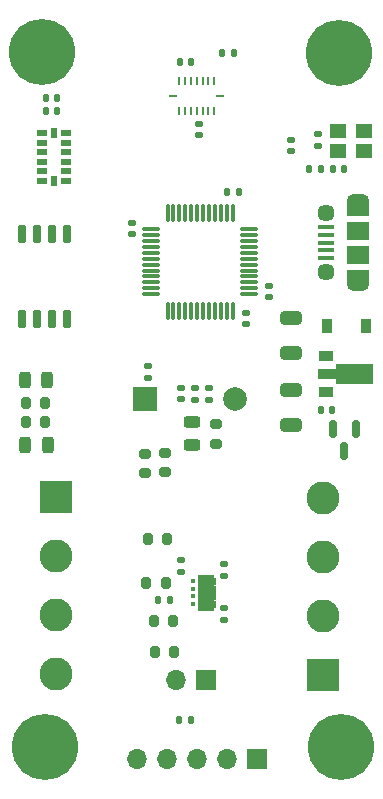
<source format=gbr>
%TF.GenerationSoftware,KiCad,Pcbnew,(6.0.4)*%
%TF.CreationDate,2022-05-08T20:42:15-04:00*%
%TF.ProjectId,STM32_Altimeter_R2,53544d33-325f-4416-9c74-696d65746572,0.1*%
%TF.SameCoordinates,Original*%
%TF.FileFunction,Soldermask,Bot*%
%TF.FilePolarity,Negative*%
%FSLAX46Y46*%
G04 Gerber Fmt 4.6, Leading zero omitted, Abs format (unit mm)*
G04 Created by KiCad (PCBNEW (6.0.4)) date 2022-05-08 20:42:15*
%MOMM*%
%LPD*%
G01*
G04 APERTURE LIST*
G04 Aperture macros list*
%AMRoundRect*
0 Rectangle with rounded corners*
0 $1 Rounding radius*
0 $2 $3 $4 $5 $6 $7 $8 $9 X,Y pos of 4 corners*
0 Add a 4 corners polygon primitive as box body*
4,1,4,$2,$3,$4,$5,$6,$7,$8,$9,$2,$3,0*
0 Add four circle primitives for the rounded corners*
1,1,$1+$1,$2,$3*
1,1,$1+$1,$4,$5*
1,1,$1+$1,$6,$7*
1,1,$1+$1,$8,$9*
0 Add four rect primitives between the rounded corners*
20,1,$1+$1,$2,$3,$4,$5,0*
20,1,$1+$1,$4,$5,$6,$7,0*
20,1,$1+$1,$6,$7,$8,$9,0*
20,1,$1+$1,$8,$9,$2,$3,0*%
%AMFreePoly0*
4,1,9,3.862500,-0.866500,0.737500,-0.866500,0.737500,-0.450000,-0.737500,-0.450000,-0.737500,0.450000,0.737500,0.450000,0.737500,0.866500,3.862500,0.866500,3.862500,-0.866500,3.862500,-0.866500,$1*%
G04 Aperture macros list end*
%ADD10C,0.010000*%
%ADD11R,1.700000X1.700000*%
%ADD12O,1.700000X1.700000*%
%ADD13R,2.800000X2.800000*%
%ADD14C,2.800000*%
%ADD15R,2.000000X2.000000*%
%ADD16C,2.000000*%
%ADD17RoundRect,0.135000X0.135000X0.185000X-0.135000X0.185000X-0.135000X-0.185000X0.135000X-0.185000X0*%
%ADD18RoundRect,0.147500X0.172500X-0.147500X0.172500X0.147500X-0.172500X0.147500X-0.172500X-0.147500X0*%
%ADD19RoundRect,0.243750X-0.456250X0.243750X-0.456250X-0.243750X0.456250X-0.243750X0.456250X0.243750X0*%
%ADD20RoundRect,0.135000X-0.135000X-0.185000X0.135000X-0.185000X0.135000X0.185000X-0.135000X0.185000X0*%
%ADD21RoundRect,0.243750X-0.243750X-0.456250X0.243750X-0.456250X0.243750X0.456250X-0.243750X0.456250X0*%
%ADD22RoundRect,0.135000X-0.185000X0.135000X-0.185000X-0.135000X0.185000X-0.135000X0.185000X0.135000X0*%
%ADD23R,0.350000X0.300000*%
%ADD24RoundRect,0.075000X0.075000X-0.662500X0.075000X0.662500X-0.075000X0.662500X-0.075000X-0.662500X0*%
%ADD25RoundRect,0.075000X0.662500X-0.075000X0.662500X0.075000X-0.662500X0.075000X-0.662500X-0.075000X0*%
%ADD26C,5.600000*%
%ADD27RoundRect,0.140000X0.140000X0.170000X-0.140000X0.170000X-0.140000X-0.170000X0.140000X-0.170000X0*%
%ADD28RoundRect,0.135000X0.185000X-0.135000X0.185000X0.135000X-0.185000X0.135000X-0.185000X-0.135000X0*%
%ADD29R,1.400000X1.200000*%
%ADD30RoundRect,0.200000X0.275000X-0.200000X0.275000X0.200000X-0.275000X0.200000X-0.275000X-0.200000X0*%
%ADD31RoundRect,0.200000X0.200000X0.275000X-0.200000X0.275000X-0.200000X-0.275000X0.200000X-0.275000X0*%
%ADD32R,1.300000X0.900000*%
%ADD33FreePoly0,0.000000*%
%ADD34RoundRect,0.200000X-0.200000X-0.275000X0.200000X-0.275000X0.200000X0.275000X-0.200000X0.275000X0*%
%ADD35RoundRect,0.140000X0.170000X-0.140000X0.170000X0.140000X-0.170000X0.140000X-0.170000X-0.140000X0*%
%ADD36RoundRect,0.140000X-0.170000X0.140000X-0.170000X-0.140000X0.170000X-0.140000X0.170000X0.140000X0*%
%ADD37R,0.900000X1.200000*%
%ADD38RoundRect,0.150000X0.150000X-0.650000X0.150000X0.650000X-0.150000X0.650000X-0.150000X-0.650000X0*%
%ADD39RoundRect,0.250000X0.650000X-0.325000X0.650000X0.325000X-0.650000X0.325000X-0.650000X-0.325000X0*%
%ADD40R,0.920000X0.610000*%
%ADD41R,0.610000X0.920000*%
%ADD42R,0.250000X0.675000*%
%ADD43R,0.675000X0.250000*%
%ADD44RoundRect,0.140000X-0.140000X-0.170000X0.140000X-0.170000X0.140000X0.170000X-0.140000X0.170000X0*%
%ADD45R,1.350000X0.400000*%
%ADD46C,1.450000*%
%ADD47R,1.900000X1.200000*%
%ADD48O,1.900000X1.200000*%
%ADD49R,1.900000X1.500000*%
%ADD50RoundRect,0.200000X-0.275000X0.200000X-0.275000X-0.200000X0.275000X-0.200000X0.275000X0.200000X0*%
%ADD51RoundRect,0.150000X-0.150000X0.587500X-0.150000X-0.587500X0.150000X-0.587500X0.150000X0.587500X0*%
G04 APERTURE END LIST*
%TO.C,Q2*%
G36*
X49274242Y-88852273D02*
G01*
X49474242Y-88852273D01*
X49474242Y-89352273D01*
X49274242Y-89352273D01*
X49274242Y-89502273D01*
X49474242Y-89502273D01*
X49474242Y-90002273D01*
X48024242Y-90002273D01*
X48024242Y-88627273D01*
X49274242Y-88627273D01*
X49274242Y-88852273D01*
G37*
D10*
X49274242Y-88852273D02*
X49474242Y-88852273D01*
X49474242Y-89352273D01*
X49274242Y-89352273D01*
X49274242Y-89502273D01*
X49474242Y-89502273D01*
X49474242Y-90002273D01*
X48024242Y-90002273D01*
X48024242Y-88627273D01*
X49274242Y-88627273D01*
X49274242Y-88852273D01*
G36*
X49474242Y-90652273D02*
G01*
X49274242Y-90652273D01*
X49274242Y-90802273D01*
X49474242Y-90802273D01*
X49474242Y-91302273D01*
X49274242Y-91302273D01*
X49274242Y-91527273D01*
X48024242Y-91527273D01*
X48024242Y-90152273D01*
X49474242Y-90152273D01*
X49474242Y-90652273D01*
G37*
X49474242Y-90652273D02*
X49274242Y-90652273D01*
X49274242Y-90802273D01*
X49474242Y-90802273D01*
X49474242Y-91302273D01*
X49274242Y-91302273D01*
X49274242Y-91527273D01*
X48024242Y-91527273D01*
X48024242Y-90152273D01*
X49474242Y-90152273D01*
X49474242Y-90652273D01*
%TD*%
D11*
%TO.C,J3*%
X53015593Y-104128255D03*
D12*
X50475593Y-104128255D03*
X47935593Y-104128255D03*
X45395593Y-104128255D03*
X42855593Y-104128255D03*
%TD*%
D13*
%TO.C,J1*%
X36015663Y-81952338D03*
D14*
X36015663Y-86952338D03*
X36015663Y-91952338D03*
X36015663Y-96952338D03*
%TD*%
D11*
%TO.C,J5*%
X48723500Y-97490054D03*
D12*
X46183500Y-97490054D03*
%TD*%
D15*
%TO.C,BZ1*%
X43550000Y-73710000D03*
D16*
X51150000Y-73710000D03*
%TD*%
D13*
%TO.C,J2*%
X58640194Y-97032033D03*
D14*
X58640194Y-92032033D03*
X58640194Y-87032033D03*
X58640194Y-82032033D03*
%TD*%
D17*
%TO.C,R16*%
X45637609Y-90710775D03*
X44617609Y-90710775D03*
%TD*%
D18*
%TO.C,L1*%
X48930000Y-73755000D03*
X48930000Y-72785000D03*
%TD*%
D19*
%TO.C,D3*%
X47510000Y-75662500D03*
X47510000Y-77537500D03*
%TD*%
D20*
%TO.C,R1*%
X46443130Y-100894263D03*
X47463130Y-100894263D03*
%TD*%
D21*
%TO.C,D2*%
X33362500Y-72110000D03*
X35237500Y-72110000D03*
%TD*%
D22*
%TO.C,R17*%
X50272392Y-91410877D03*
X50272392Y-92430877D03*
%TD*%
D23*
%TO.C,Q2*%
X47649242Y-91052273D03*
X47649242Y-90402273D03*
X47649242Y-89752273D03*
X47649242Y-89102273D03*
%TD*%
D24*
%TO.C,U1*%
X50960000Y-66222500D03*
X50460000Y-66222500D03*
X49960000Y-66222500D03*
X49460000Y-66222500D03*
X48960000Y-66222500D03*
X48460000Y-66222500D03*
X47960000Y-66222500D03*
X47460000Y-66222500D03*
X46960000Y-66222500D03*
X46460000Y-66222500D03*
X45960000Y-66222500D03*
X45460000Y-66222500D03*
D25*
X44047500Y-64810000D03*
X44047500Y-64310000D03*
X44047500Y-63810000D03*
X44047500Y-63310000D03*
X44047500Y-62810000D03*
X44047500Y-62310000D03*
X44047500Y-61810000D03*
X44047500Y-61310000D03*
X44047500Y-60810000D03*
X44047500Y-60310000D03*
X44047500Y-59810000D03*
X44047500Y-59310000D03*
D24*
X45460000Y-57897500D03*
X45960000Y-57897500D03*
X46460000Y-57897500D03*
X46960000Y-57897500D03*
X47460000Y-57897500D03*
X47960000Y-57897500D03*
X48460000Y-57897500D03*
X48960000Y-57897500D03*
X49460000Y-57897500D03*
X49960000Y-57897500D03*
X50460000Y-57897500D03*
X50960000Y-57897500D03*
D25*
X52372500Y-59310000D03*
X52372500Y-59810000D03*
X52372500Y-60310000D03*
X52372500Y-60810000D03*
X52372500Y-61310000D03*
X52372500Y-61810000D03*
X52372500Y-62310000D03*
X52372500Y-62810000D03*
X52372500Y-63310000D03*
X52372500Y-63810000D03*
X52372500Y-64310000D03*
X52372500Y-64810000D03*
%TD*%
D26*
%TO.C,H4*%
X59964242Y-44422692D03*
%TD*%
D27*
%TO.C,C11*%
X47463930Y-45115219D03*
X46503930Y-45115219D03*
%TD*%
D28*
%TO.C,R12*%
X46600000Y-88310000D03*
X46600000Y-87290000D03*
%TD*%
D29*
%TO.C,Y1*%
X59850536Y-51024328D03*
X62050536Y-51024328D03*
X62050536Y-52724328D03*
X59850536Y-52724328D03*
%TD*%
D27*
%TO.C,C10*%
X60439933Y-54249769D03*
X59479933Y-54249769D03*
%TD*%
D30*
%TO.C,R7*%
X49540000Y-77465000D03*
X49540000Y-75815000D03*
%TD*%
D31*
%TO.C,R11*%
X45296604Y-89245903D03*
X43646604Y-89245903D03*
%TD*%
D28*
%TO.C,R4*%
X43769846Y-71910860D03*
X43769846Y-70890860D03*
%TD*%
D32*
%TO.C,U2*%
X58914503Y-73064412D03*
D33*
X59002003Y-71564412D03*
D32*
X58914503Y-70064412D03*
%TD*%
D34*
%TO.C,R3*%
X33465000Y-74040000D03*
X35115000Y-74040000D03*
%TD*%
D35*
%TO.C,C1*%
X54027552Y-65075802D03*
X54027552Y-64115802D03*
%TD*%
D36*
%TO.C,C3*%
X42480000Y-58760000D03*
X42480000Y-59720000D03*
%TD*%
%TO.C,C9*%
X58220000Y-51270000D03*
X58220000Y-52230000D03*
%TD*%
D37*
%TO.C,D4*%
X62289247Y-67467548D03*
X58989247Y-67467548D03*
%TD*%
D30*
%TO.C,R9*%
X43537244Y-79977496D03*
X43537244Y-78327496D03*
%TD*%
D26*
%TO.C,H3*%
X60131487Y-103112347D03*
%TD*%
D27*
%TO.C,C13*%
X36140132Y-48184096D03*
X35180132Y-48184096D03*
%TD*%
%TO.C,C14*%
X36104925Y-49267990D03*
X35144925Y-49267990D03*
%TD*%
D38*
%TO.C,U4*%
X36922847Y-66883294D03*
X35652847Y-66883294D03*
X34382847Y-66883294D03*
X33112847Y-66883294D03*
X33112847Y-59683294D03*
X34382847Y-59683294D03*
X35652847Y-59683294D03*
X36922847Y-59683294D03*
%TD*%
D39*
%TO.C,C8*%
X55870000Y-69763531D03*
X55870000Y-66813531D03*
%TD*%
D36*
%TO.C,C4*%
X52070000Y-66410000D03*
X52070000Y-67370000D03*
%TD*%
D34*
%TO.C,R2*%
X33475000Y-75670000D03*
X35125000Y-75670000D03*
%TD*%
D26*
%TO.C,H1*%
X35044552Y-103139760D03*
%TD*%
D40*
%TO.C,IC2*%
X34802500Y-55200000D03*
X34802500Y-54400000D03*
X34802500Y-53600000D03*
X34802500Y-52800000D03*
X34802500Y-52000000D03*
X34802500Y-51200000D03*
D41*
X35812500Y-51190000D03*
D40*
X36822500Y-51200000D03*
X36822500Y-52000000D03*
X36822500Y-52800000D03*
X36822500Y-53600000D03*
X36822500Y-54400000D03*
X36822500Y-55200000D03*
D41*
X35812500Y-55210000D03*
%TD*%
D36*
%TO.C,C17*%
X55936515Y-51731044D03*
X55936515Y-52691044D03*
%TD*%
D17*
%TO.C,R6*%
X58430000Y-54220000D03*
X57410000Y-54220000D03*
%TD*%
D31*
%TO.C,R15*%
X46025000Y-95100000D03*
X44375000Y-95100000D03*
%TD*%
D36*
%TO.C,C12*%
X48129461Y-50367885D03*
X48129461Y-51327885D03*
%TD*%
D21*
%TO.C,D1*%
X33432500Y-77600000D03*
X35307500Y-77600000D03*
%TD*%
D27*
%TO.C,C2*%
X51486069Y-56200000D03*
X50526069Y-56200000D03*
%TD*%
D39*
%TO.C,C7*%
X55930000Y-75905000D03*
X55930000Y-72955000D03*
%TD*%
D36*
%TO.C,C5*%
X46580000Y-72740000D03*
X46580000Y-73700000D03*
%TD*%
D42*
%TO.C,IC1*%
X49423756Y-46773628D03*
X48923756Y-46773628D03*
X48423756Y-46773628D03*
X47923756Y-46773628D03*
X47423756Y-46773628D03*
X46923756Y-46773628D03*
X46423756Y-46773628D03*
D43*
X45913166Y-48038380D03*
D42*
X46425216Y-49300448D03*
X46925215Y-49300448D03*
X47425215Y-49300448D03*
X47925215Y-49300448D03*
X48425215Y-49300448D03*
X48925216Y-49300448D03*
X49425216Y-49300448D03*
D43*
X49937636Y-48038480D03*
%TD*%
D34*
%TO.C,R10*%
X43775000Y-85500000D03*
X45425000Y-85500000D03*
%TD*%
%TO.C,R14*%
X44275000Y-92500000D03*
X45925000Y-92500000D03*
%TD*%
D36*
%TO.C,C6*%
X47760000Y-72790000D03*
X47760000Y-73750000D03*
%TD*%
D44*
%TO.C,C15*%
X58438981Y-74610715D03*
X59398981Y-74610715D03*
%TD*%
D45*
%TO.C,J4*%
X58867500Y-59160000D03*
X58867500Y-59810000D03*
X58867500Y-60460000D03*
X58867500Y-61110000D03*
X58867500Y-61760000D03*
D46*
X58867500Y-57960000D03*
D47*
X61567500Y-63360000D03*
D48*
X61567500Y-56960000D03*
D49*
X61567500Y-59460000D03*
X61567500Y-61460000D03*
D47*
X61567500Y-57560000D03*
D46*
X58867500Y-62960000D03*
D48*
X61567500Y-63960000D03*
%TD*%
D22*
%TO.C,R13*%
X50249159Y-87690000D03*
X50249159Y-88710000D03*
%TD*%
D50*
%TO.C,R8*%
X45210000Y-78255000D03*
X45210000Y-79905000D03*
%TD*%
D51*
%TO.C,Q1*%
X59482762Y-76196182D03*
X61382762Y-76196182D03*
X60432762Y-78071182D03*
%TD*%
D44*
%TO.C,C16*%
X50090000Y-44360000D03*
X51050000Y-44360000D03*
%TD*%
D26*
%TO.C,H2*%
X34846669Y-44287519D03*
%TD*%
M02*

</source>
